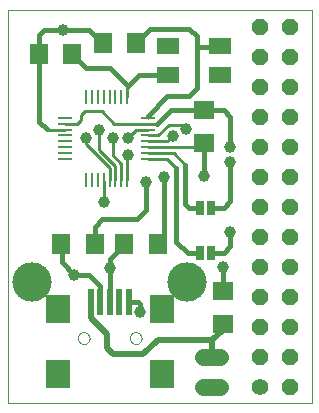
<source format=gtl>
G75*
G70*
%OFA0B0*%
%FSLAX24Y24*%
%IPPOS*%
%LPD*%
%AMOC8*
5,1,8,0,0,1.08239X$1,22.5*
%
%ADD10C,0.0000*%
%ADD11R,0.0748X0.0551*%
%ADD12R,0.0709X0.0630*%
%ADD13R,0.0630X0.0709*%
%ADD14R,0.0630X0.0710*%
%ADD15C,0.0560*%
%ADD16OC8,0.0560*%
%ADD17C,0.0560*%
%ADD18R,0.0250X0.0500*%
%ADD19R,0.0787X0.0945*%
%ADD20R,0.0197X0.0909*%
%ADD21R,0.0450X0.0100*%
%ADD22R,0.0100X0.0450*%
%ADD23C,0.1310*%
%ADD24C,0.0100*%
%ADD25C,0.0160*%
%ADD26C,0.0396*%
%ADD27C,0.0200*%
D10*
X000180Y000180D02*
X000180Y013300D01*
X010322Y013300D01*
X010322Y000180D01*
X000180Y000180D01*
X002517Y002349D02*
X002519Y002376D01*
X002525Y002403D01*
X002534Y002429D01*
X002547Y002453D01*
X002563Y002476D01*
X002582Y002495D01*
X002604Y002512D01*
X002628Y002526D01*
X002653Y002536D01*
X002680Y002543D01*
X002707Y002546D01*
X002735Y002545D01*
X002762Y002540D01*
X002788Y002532D01*
X002812Y002520D01*
X002835Y002504D01*
X002856Y002486D01*
X002873Y002465D01*
X002888Y002441D01*
X002899Y002416D01*
X002907Y002390D01*
X002911Y002363D01*
X002911Y002335D01*
X002907Y002308D01*
X002899Y002282D01*
X002888Y002257D01*
X002873Y002233D01*
X002856Y002212D01*
X002835Y002194D01*
X002813Y002178D01*
X002788Y002166D01*
X002762Y002158D01*
X002735Y002153D01*
X002707Y002152D01*
X002680Y002155D01*
X002653Y002162D01*
X002628Y002172D01*
X002604Y002186D01*
X002582Y002203D01*
X002563Y002222D01*
X002547Y002245D01*
X002534Y002269D01*
X002525Y002295D01*
X002519Y002322D01*
X002517Y002349D01*
X004249Y002349D02*
X004251Y002376D01*
X004257Y002403D01*
X004266Y002429D01*
X004279Y002453D01*
X004295Y002476D01*
X004314Y002495D01*
X004336Y002512D01*
X004360Y002526D01*
X004385Y002536D01*
X004412Y002543D01*
X004439Y002546D01*
X004467Y002545D01*
X004494Y002540D01*
X004520Y002532D01*
X004544Y002520D01*
X004567Y002504D01*
X004588Y002486D01*
X004605Y002465D01*
X004620Y002441D01*
X004631Y002416D01*
X004639Y002390D01*
X004643Y002363D01*
X004643Y002335D01*
X004639Y002308D01*
X004631Y002282D01*
X004620Y002257D01*
X004605Y002233D01*
X004588Y002212D01*
X004567Y002194D01*
X004545Y002178D01*
X004520Y002166D01*
X004494Y002158D01*
X004467Y002153D01*
X004439Y002152D01*
X004412Y002155D01*
X004385Y002162D01*
X004360Y002172D01*
X004336Y002186D01*
X004314Y002203D01*
X004295Y002222D01*
X004279Y002245D01*
X004266Y002269D01*
X004257Y002295D01*
X004251Y002322D01*
X004249Y002349D01*
D11*
X005514Y011133D03*
X005514Y012077D03*
X007246Y012077D03*
X007246Y011133D03*
D12*
X006730Y009956D03*
X006730Y008854D03*
X007355Y003931D03*
X007355Y002829D03*
D13*
X002331Y011805D03*
X003354Y012180D03*
X004456Y012180D03*
X001229Y011805D03*
D14*
X001970Y005480D03*
X003090Y005480D03*
X004070Y005480D03*
X005190Y005480D03*
D15*
X008580Y000730D03*
D16*
X008580Y001730D03*
X008580Y002730D03*
X008580Y003730D03*
X008580Y004730D03*
X008580Y005730D03*
X008580Y006730D03*
X008580Y007730D03*
X008580Y008730D03*
X008580Y009730D03*
X008580Y010730D03*
X008580Y011730D03*
X008580Y012730D03*
X009580Y012730D03*
X009580Y011730D03*
X009580Y010730D03*
X009580Y009730D03*
X009580Y008730D03*
X009580Y007730D03*
X009580Y006730D03*
X009580Y005730D03*
X009580Y004730D03*
X009580Y003730D03*
X009580Y002730D03*
X009580Y001730D03*
X009580Y000730D03*
D17*
X007260Y000730D02*
X006700Y000730D01*
X006700Y001730D02*
X007260Y001730D01*
D18*
X006957Y005180D03*
X006603Y005180D03*
X006603Y006680D03*
X006957Y006680D03*
D19*
X005312Y003333D03*
X005312Y001168D03*
X001848Y001168D03*
X001848Y003333D03*
D20*
X002950Y003555D03*
X003265Y003555D03*
X003580Y003555D03*
X003895Y003555D03*
X004210Y003555D03*
D21*
X004858Y008316D03*
X004858Y008513D03*
X004858Y008710D03*
X004858Y008907D03*
X004858Y009103D03*
X004858Y009300D03*
X004858Y009497D03*
X004858Y009694D03*
X002102Y009694D03*
X002102Y009497D03*
X002102Y009300D03*
X002102Y009103D03*
X002102Y008907D03*
X002102Y008710D03*
X002102Y008513D03*
X002102Y008316D03*
D22*
X002791Y007627D03*
X002988Y007627D03*
X003185Y007627D03*
X003382Y007627D03*
X003578Y007627D03*
X003775Y007627D03*
X003972Y007627D03*
X004169Y007627D03*
X004169Y010383D03*
X003972Y010383D03*
X003775Y010383D03*
X003578Y010383D03*
X003382Y010383D03*
X003185Y010383D03*
X002988Y010383D03*
X002791Y010383D03*
D23*
X000995Y004230D03*
X006165Y004230D03*
D24*
X004169Y007627D02*
X004169Y008419D01*
X004205Y008455D01*
X003972Y008163D02*
X003680Y008455D01*
X003680Y009030D01*
X003738Y009497D02*
X003330Y009905D01*
X002755Y009905D01*
X002630Y009780D01*
X002630Y009630D01*
X002497Y009497D01*
X002102Y009497D01*
X002102Y009300D02*
X001485Y009300D01*
X001480Y009305D01*
X002780Y009005D02*
X002780Y008805D01*
X003578Y008007D01*
X003578Y007627D01*
X003775Y007627D02*
X003775Y008085D01*
X003230Y008630D01*
X003230Y009280D01*
X003738Y009497D02*
X004858Y009497D01*
X005172Y009497D01*
X004858Y009300D02*
X004475Y009300D01*
X004205Y009030D01*
X004858Y009103D02*
X005203Y009103D01*
X005555Y009455D01*
X005980Y009455D01*
X006130Y009305D01*
X005680Y009080D02*
X005507Y008907D01*
X004858Y008907D01*
X004858Y008710D02*
X006686Y008710D01*
X006730Y008854D01*
X006105Y008130D02*
X005722Y008513D01*
X004858Y008513D01*
X004858Y008316D02*
X005494Y008316D01*
X005805Y008005D01*
X004858Y009694D02*
X004855Y009697D01*
X004855Y009755D01*
X004169Y010383D02*
X004169Y010744D01*
X004180Y010755D01*
X003972Y008163D02*
X003972Y007627D01*
X003380Y007600D02*
X003380Y006880D01*
D25*
X003330Y006305D02*
X004480Y006305D01*
X004780Y006605D01*
X004780Y007555D01*
X005380Y007730D02*
X005405Y007705D01*
X005405Y005630D01*
X005380Y005605D01*
X005190Y005480D01*
X005805Y005555D02*
X005805Y008005D01*
X006105Y008130D02*
X006105Y006805D01*
X006230Y006680D01*
X006603Y006680D01*
X006957Y006680D02*
X007380Y006680D01*
X007605Y006905D01*
X007605Y008230D01*
X007605Y008730D02*
X007605Y009730D01*
X007379Y009956D01*
X006730Y009956D01*
X005631Y009956D01*
X005172Y009497D01*
X004855Y009755D02*
X005505Y010405D01*
X006230Y010405D01*
X006505Y010680D01*
X006480Y011805D01*
X006480Y012055D01*
X006480Y012405D01*
X006230Y012655D01*
X004931Y012655D01*
X004456Y012180D01*
X004558Y011133D02*
X005514Y011133D01*
X004558Y011133D02*
X004180Y010755D01*
X003580Y011355D01*
X002781Y011355D01*
X002331Y011805D01*
X002030Y012630D02*
X001405Y012630D01*
X001230Y012455D01*
X001230Y011806D01*
X001229Y011805D01*
X001229Y009556D01*
X001480Y009305D01*
X001229Y011805D02*
X001030Y011829D01*
X001030Y012080D01*
X002030Y012630D02*
X002904Y012630D01*
X003354Y012180D01*
X006480Y012055D02*
X007074Y012055D01*
X007246Y012077D01*
X007096Y012189D01*
X006929Y008955D02*
X006730Y008854D01*
X006730Y007755D01*
X007605Y005880D02*
X007605Y005405D01*
X007380Y005180D01*
X006957Y005180D01*
X007355Y004730D02*
X007355Y003931D01*
X006603Y005180D02*
X006180Y005180D01*
X005805Y005555D01*
X004530Y003555D02*
X004210Y003555D01*
X004530Y003555D02*
X004605Y003480D01*
X004605Y003205D01*
X003580Y003555D02*
X003580Y004680D01*
X003580Y004990D01*
X004070Y005480D01*
X003330Y006305D02*
X003090Y006065D01*
X003090Y005480D01*
X002905Y004455D02*
X002405Y004455D01*
X001980Y004880D01*
X001980Y005620D01*
X002905Y004455D02*
X003268Y004093D01*
X003268Y003980D01*
X003255Y003565D01*
X003265Y003555D01*
D26*
X003580Y004680D03*
X004605Y003205D03*
X002405Y004455D03*
X003380Y006880D03*
X004205Y008455D03*
X004205Y009030D03*
X003680Y009030D03*
X003230Y009280D03*
X002780Y009005D03*
X004780Y007555D03*
X005380Y007730D03*
X005680Y009080D03*
X006130Y009305D03*
X006730Y007755D03*
X007605Y008230D03*
X007605Y008730D03*
X007605Y005880D03*
X007355Y004730D03*
X002030Y012630D03*
D27*
X001980Y005620D02*
X001970Y005480D01*
X002950Y003555D02*
X002950Y003010D01*
X003480Y002480D01*
X003480Y002030D01*
X003705Y001805D01*
X004705Y001805D01*
X005180Y002280D01*
X006980Y002280D01*
X007355Y002629D01*
X007355Y002829D01*
X006980Y002280D02*
X006980Y001730D01*
X004070Y005480D02*
X004080Y005640D01*
M02*

</source>
